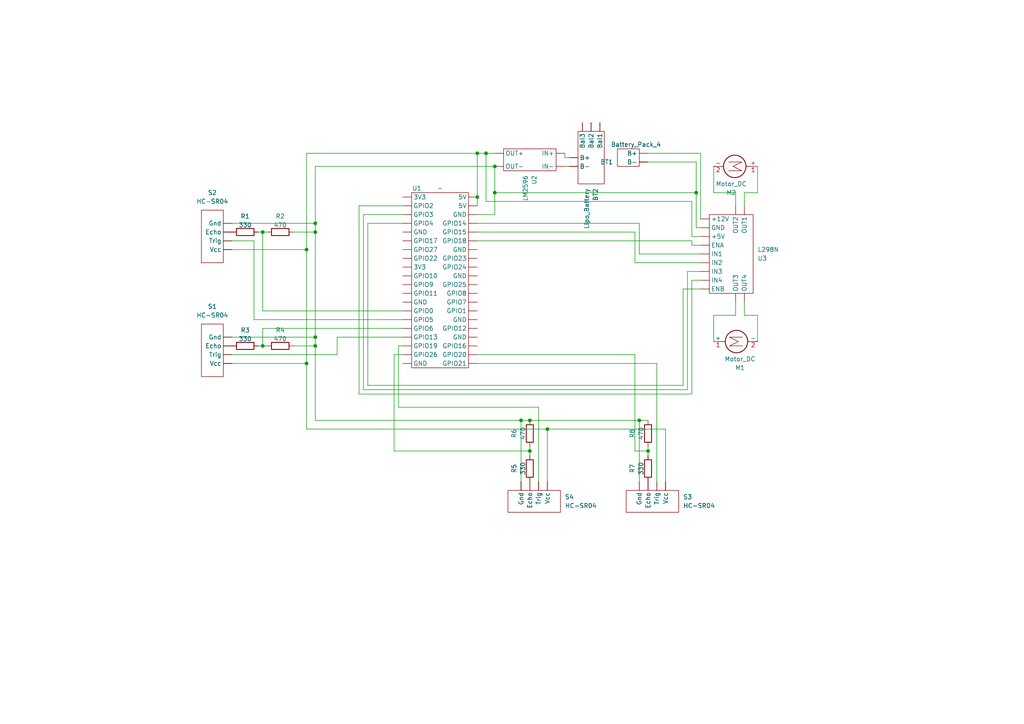
<source format=kicad_sch>
(kicad_sch (version 20231120) (generator "eeschema") (generator_version "8.0")
  (paper "A4")
  (title_block (title "Raspberry Pi Vehicle") (date "2024-07-08") (rev "1.0"))
  (lib_symbols
    (symbol "Device:R" (pin_numbers hide) (pin_names (offset 0))
      (property "Reference" "R" (at 2.032 0 90))
      (property "Value" "R" (at 0 0 90))
      (symbol "R_0_1"
        (rectangle (start -1.016 -2.54) (end 1.016 2.54) (stroke (width 0.254)))
      )
      (symbol "R_1_1"
        (pin passive line (at 0 3.81 270) (length 1.27) (name "~") (number "1"))
        (pin passive line (at 0 -3.81 90) (length 1.27) (name "~") (number "2"))
      )
    )
    (symbol "Motor:Motor_DC" (pin_names (offset 0))
      (property "Reference" "M" (at 2.54 2.54 0))
      (property "Value" "Motor_DC" (at 2.54 -5.08 0))
      (symbol "Motor_DC_0_0"
        (polyline (pts (xy -1.27 -3.302) (xy -1.27 0.508) (xy 0 -2.032) (xy 1.27 0.508) (xy 1.27 -3.302)))
      )
      (symbol "Motor_DC_0_1"
        (circle (center 0 -1.524) (radius 3.2512) (stroke (width 0.254)))
        (polyline (pts (xy 0 -7.62) (xy 0 -7.112)))
        (polyline (pts (xy 0 -4.7752) (xy 0 -5.1816)))
        (polyline (pts (xy 0 1.7272) (xy 0 2.0828)))
        (polyline (pts (xy 0 2.032) (xy 0 2.54)))
      )
      (symbol "Motor_DC_1_1"
        (pin passive line (at 0 5.08 270) (length 2.54) (name "+") (number "1"))
        (pin passive line (at 0 -7.62 90) (length 2.54) (name "-") (number "2"))
      )
    )
    (symbol "vehicle_circuit:Battery_Pack_4"
      (property "Reference" "BT" (at -1.524 5.08 0))
      (property "Value" "Battery_Pack_4" (at 0.254 -2.54 0))
      (symbol "Battery_Pack_4_0_1"
        (rectangle (start -2.54 3.81) (end 3.81 -1.27))
      )
      (symbol "Battery_Pack_4_1_1"
        (pin output line (at -5.08 0 0) (length 2.54) (name "B+") (number ""))
        (pin output line (at -5.08 2.54 0) (length 2.54) (name "B-") (number ""))
      )
    )
    (symbol "vehicle_circuit:HC-SR04" (exclude_from_sim yes) (in_bom no) (on_board no)
      (property "Reference" "S" (at -7.112 7.62 0))
      (property "Value" "HC-SR04" (at 3.048 7.62 0))
      (symbol "HC-SR04_0_1"
        (rectangle (start -7.62 0) (end 7.62 6.35))
      )
      (symbol "HC-SR04_1_1"
        (pin output line (at 1.27 -2.54 90) (length 2.54) (name "Echo") (number ""))
        (pin output line (at 3.81 -2.54 90) (length 2.54) (name "Gnd") (number ""))
        (pin output line (at -1.27 -2.54 90) (length 2.54) (name "Trig") (number ""))
        (pin output line (at -3.81 -2.54 90) (length 2.54) (name "Vcc") (number ""))
      )
    )
    (symbol "vehicle_circuit:L298N"
      (property "Reference" "U" (at -5.842 24.13 0))
      (property "Value" "L298N" (at 3.302 -1.524 0))
      (symbol "L298N_0_1"
        (rectangle (start -6.35 22.86) (end 6.35 0))
      )
      (symbol "L298N_1_1"
        (pin power_in line (at 8.89 1.27 180) (length 2.54) (name "+12V") (number ""))
        (pin bidirectional line (at 8.89 6.35 180) (length 2.54) (name "+5V") (number ""))
        (pin input line (at 8.89 8.89 180) (length 2.54) (name "ENA") (number ""))
        (pin output line (at 8.89 21.59 180) (length 2.54) (name "ENB") (number ""))
        (pin power_in line (at 8.89 3.81 180) (length 2.54) (name "GND") (number ""))
        (pin input line (at 8.89 11.43 180) (length 2.54) (name "IN1") (number ""))
        (pin input line (at 8.89 13.97 180) (length 2.54) (name "IN2") (number ""))
        (pin input line (at 8.89 16.51 180) (length 2.54) (name "IN3") (number ""))
        (pin input line (at 8.89 19.05 180) (length 2.54) (name "IN4") (number ""))
        (pin output line (at -3.81 -2.54 90) (length 2.54) (name "OUT1") (number ""))
        (pin output line (at -1.27 -2.54 90) (length 2.54) (name "OUT2") (number ""))
        (pin output line (at -1.27 25.4 270) (length 2.54) (name "OUT3") (number ""))
        (pin output line (at -3.81 25.4 270) (length 2.54) (name "OUT4") (number ""))
      )
    )
    (symbol "vehicle_circuit:LM2596"
      (property "Reference" "U" (at -7.112 6.35 0))
      (property "Value" "LM2596" (at 4.064 6.35 0))
      (symbol "LM2596_0_1"
        (rectangle (start -7.62 5.08) (end 7.62 -1.27))
      )
      (symbol "LM2596_1_1"
        (pin power_in line (at -10.16 0 0) (length 2.54) (name "IN+") (number ""))
        (pin power_in line (at -10.16 3.81 0) (length 2.54) (name "IN-") (number ""))
        (pin power_out line (at 10.16 0 180) (length 2.54) (name "OUT+") (number ""))
        (pin power_out line (at 10.16 3.81 180) (length 2.54) (name "OUT-") (number ""))
      )
    )
    (symbol "vehicle_circuit:Lipo_Battery"
      (property "Reference" "BT" (at -6.604 5.08 0))
      (property "Value" "Lipo_Battery" (at 2.032 5.08 0))
      (symbol "Lipo_Battery_0_1"
        (rectangle (start -7.62 3.81) (end 7.62 -3.81))
        (polyline (pts (xy -5.08 0) (xy -5.08 0)))
      )
      (symbol "Lipo_Battery_1_1"
        (pin output line (at 0 -6.35 90) (length 2.54) (name "B+") (number ""))
        (pin output line (at 2.54 -6.35 90) (length 2.54) (name "B-") (number ""))
        (pin output line (at -10.16 2.54 0) (length 2.54) (name "Bal1") (number ""))
        (pin output line (at -10.16 0 0) (length 2.54) (name "Bal2") (number ""))
        (pin output line (at -10.16 -2.54 0) (length 2.54) (name "Bal3") (number ""))
      )
    )
    (symbol "vehicle_circuit:Raspberry_Pi_Zero_WH"
      (property "Reference" "U" (at -10.668 13.716 0))
      (symbol "Raspberry_Pi_Zero_WH_0_1"
        (rectangle (start -11.43 12.7) (end 5.08 -38.1))
      )
      (symbol "Raspberry_Pi_Zero_WH_1_1"
        (pin bidirectional line (at -13.97 -8.89 0) (length 2.54) (name "3V3") (number ""))
        (pin bidirectional line (at -13.97 11.43 0) (length 2.54) (name "3V3") (number ""))
        (pin bidirectional line (at 7.62 8.89 180) (length 2.54) (name "5V") (number ""))
        (pin bidirectional line (at 7.62 11.43 180) (length 2.54) (name "5V") (number ""))
        (pin bidirectional line (at -13.97 -36.83 0) (length 2.54) (name "GND") (number ""))
        (pin bidirectional line (at -13.97 -19.05 0) (length 2.54) (name "GND") (number ""))
        (pin bidirectional line (at -13.97 1.27 0) (length 2.54) (name "GND") (number ""))
        (pin bidirectional line (at 7.62 -29.21 180) (length 2.54) (name "GND") (number ""))
        (pin bidirectional line (at 7.62 -24.13 180) (length 2.54) (name "GND") (number ""))
        (pin bidirectional line (at 7.62 -11.43 180) (length 2.54) (name "GND") (number ""))
        (pin bidirectional line (at 7.62 -3.81 180) (length 2.54) (name "GND") (number ""))
        (pin bidirectional line (at 7.62 6.35 180) (length 2.54) (name "GND") (number ""))
        (pin bidirectional line (at -13.97 -21.59 0) (length 2.54) (name "GPIO0") (number ""))
        (pin bidirectional line (at 7.62 -21.59 180) (length 2.54) (name "GPIO1") (number ""))
        (pin bidirectional line (at -13.97 -11.43 0) (length 2.54) (name "GPIO10") (number ""))
        (pin bidirectional line (at -13.97 -16.51 0) (length 2.54) (name "GPIO11") (number ""))
        (pin bidirectional line (at 7.62 -26.67 180) (length 2.54) (name "GPIO12") (number ""))
        (pin bidirectional line (at -13.97 -29.21 0) (length 2.54) (name "GPIO13") (number ""))
        (pin bidirectional line (at 7.62 3.81 180) (length 2.54) (name "GPIO14") (number ""))
        (pin bidirectional line (at 7.62 1.27 180) (length 2.54) (name "GPIO15") (number ""))
        (pin bidirectional line (at 7.62 -31.75 180) (length 2.54) (name "GPIO16") (number ""))
        (pin bidirectional line (at -13.97 -1.27 0) (length 2.54) (name "GPIO17") (number ""))
        (pin bidirectional line (at 7.62 -1.27 180) (length 2.54) (name "GPIO18") (number ""))
        (pin bidirectional line (at -13.97 -31.75 0) (length 2.54) (name "GPIO19") (number ""))
        (pin bidirectional line (at -13.97 8.89 0) (length 2.54) (name "GPIO2") (number ""))
        (pin bidirectional line (at 7.62 -34.29 180) (length 2.54) (name "GPIO20") (number ""))
        (pin bidirectional line (at 7.62 -36.83 180) (length 2.54) (name "GPIO21") (number ""))
        (pin bidirectional line (at -13.97 -6.35 0) (length 2.54) (name "GPIO22") (number ""))
        (pin bidirectional line (at 7.62 -6.35 180) (length 2.54) (name "GPIO23") (number ""))
        (pin bidirectional line (at 7.62 -8.89 180) (length 2.54) (name "GPIO24") (number ""))
        (pin bidirectional line (at 7.62 -13.97 180) (length 2.54) (name "GPIO25") (number ""))
        (pin bidirectional line (at -13.97 -34.29 0) (length 2.54) (name "GPIO26") (number ""))
        (pin bidirectional line (at -13.97 -3.81 0) (length 2.54) (name "GPIO27") (number ""))
        (pin bidirectional line (at -13.97 6.35 0) (length 2.54) (name "GPIO3") (number ""))
        (pin bidirectional line (at -13.97 3.81 0) (length 2.54) (name "GPIO4") (number ""))
        (pin bidirectional line (at -13.97 -24.13 0) (length 2.54) (name "GPIO5") (number ""))
        (pin bidirectional line (at -13.97 -26.67 0) (length 2.54) (name "GPIO6") (number ""))
        (pin bidirectional line (at 7.62 -19.05 180) (length 2.54) (name "GPIO7") (number ""))
        (pin bidirectional line (at 7.62 -16.51 180) (length 2.54) (name "GPIO8") (number ""))
        (pin bidirectional line (at -13.97 -13.97 0) (length 2.54) (name "GPIO9") (number ""))
      )
    )
  )
  (junction (at 185.42 121.92))
  (junction (at 91.44 64.77))
  (junction (at 143.51 48.26))
  (junction (at 88.9 105.41))
  (junction (at 158.75 124.46))
  (junction (at 201.93 55.88))
  (junction (at 91.44 100.33))
  (junction (at 138.43 57.15))
  (junction (at 91.44 67.31))
  (junction (at 140.97 44.45))
  (junction (at 88.9 72.39))
  (junction (at 153.67 130.81))
  (junction (at 151.13 121.92))
  (junction (at 143.51 55.88))
  (junction (at 153.67 121.92))
  (junction (at 76.2 67.31))
  (junction (at 138.43 44.45))
  (junction (at 91.44 97.79))
  (junction (at 187.96 130.81))
  (junction (at 76.2 100.33))
  (wire (pts (xy 153.67 129.54) (xy 153.67 130.81)))
  (wire (pts (xy 76.2 95.25) (xy 116.84 95.25)))
  (wire (pts (xy 76.2 67.31) (xy 74.93 67.31)))
  (wire (pts (xy 185.42 121.92) (xy 185.42 139.7)))
  (wire (pts (xy 203.2 71.12) (xy 200.66 71.12)))
  (wire (pts (xy 184.15 76.2) (xy 184.15 67.31)))
  (wire (pts (xy 200.66 71.12) (xy 200.66 69.85)))
  (wire (pts (xy 143.51 44.45) (xy 140.97 44.45)))
  (wire (pts (xy 143.51 48.26) (xy 91.44 48.26)))
  (wire (pts (xy 201.93 66.04) (xy 201.93 55.88)))
  (wire (pts (xy 219.71 55.88) (xy 219.71 48.26)))
  (wire (pts (xy 105.41 113.03) (xy 105.41 62.23)))
  (wire (pts (xy 143.51 55.88) (xy 143.51 62.23)))
  (wire (pts (xy 213.36 91.44) (xy 207.01 91.44)))
  (wire (pts (xy 163.83 45.72) (xy 165.1 45.72)))
  (wire (pts (xy 91.44 64.77) (xy 91.44 67.31)))
  (wire (pts (xy 97.79 97.79) (xy 116.84 97.79)))
  (wire (pts (xy 91.44 67.31) (xy 91.44 97.79)))
  (wire (pts (xy 105.41 62.23) (xy 116.84 62.23)))
  (wire (pts (xy 219.71 91.44) (xy 215.9 91.44)))
  (wire (pts (xy 106.68 111.76) (xy 106.68 64.77)))
  (wire (pts (xy 143.51 55.88) (xy 201.93 55.88)))
  (wire (pts (xy 203.2 78.74) (xy 199.39 78.74)))
  (wire (pts (xy 114.3 130.81) (xy 114.3 102.87)))
  (wire (pts (xy 77.47 67.31) (xy 76.2 67.31)))
  (wire (pts (xy 97.79 102.87) (xy 97.79 97.79)))
  (wire (pts (xy 190.5 139.7) (xy 190.5 105.41)))
  (wire (pts (xy 199.39 78.74) (xy 199.39 113.03)))
  (wire (pts (xy 151.13 121.92) (xy 151.13 139.7)))
  (wire (pts (xy 185.42 73.66) (xy 185.42 64.77)))
  (wire (pts (xy 76.2 100.33) (xy 77.47 100.33)))
  (wire (pts (xy 200.66 68.58) (xy 203.2 68.58)))
  (wire (pts (xy 187.96 129.54) (xy 187.96 130.81)))
  (wire (pts (xy 200.66 58.42) (xy 200.66 68.58)))
  (wire (pts (xy 201.93 46.99) (xy 187.96 46.99)))
  (wire (pts (xy 91.44 97.79) (xy 91.44 100.33)))
  (wire (pts (xy 67.31 97.79) (xy 91.44 97.79)))
  (wire (pts (xy 76.2 90.17) (xy 116.84 90.17)))
  (wire (pts (xy 215.9 59.69) (xy 215.9 55.88)))
  (wire (pts (xy 151.13 121.92) (xy 153.67 121.92)))
  (wire (pts (xy 163.83 44.45) (xy 163.83 45.72)))
  (wire (pts (xy 140.97 58.42) (xy 200.66 58.42)))
  (wire (pts (xy 200.66 81.28) (xy 200.66 114.3)))
  (wire (pts (xy 198.12 83.82) (xy 198.12 111.76)))
  (wire (pts (xy 91.44 121.92) (xy 151.13 121.92)))
  (wire (pts (xy 115.57 100.33) (xy 116.84 100.33)))
  (wire (pts (xy 190.5 105.41) (xy 138.43 105.41)))
  (wire (pts (xy 88.9 124.46) (xy 158.75 124.46)))
  (wire (pts (xy 215.9 91.44) (xy 215.9 87.63)))
  (wire (pts (xy 85.09 67.31) (xy 91.44 67.31)))
  (wire (pts (xy 213.36 55.88) (xy 207.01 55.88)))
  (wire (pts (xy 138.43 57.15) (xy 138.43 59.69)))
  (wire (pts (xy 138.43 44.45) (xy 138.43 57.15)))
  (wire (pts (xy 199.39 113.03) (xy 105.41 113.03)))
  (wire (pts (xy 88.9 105.41) (xy 88.9 124.46)))
  (wire (pts (xy 143.51 48.26) (xy 143.51 55.88)))
  (wire (pts (xy 187.96 44.45) (xy 203.2 44.45)))
  (wire (pts (xy 67.31 102.87) (xy 97.79 102.87)))
  (wire (pts (xy 203.2 76.2) (xy 184.15 76.2)))
  (wire (pts (xy 158.75 124.46) (xy 158.75 139.7)))
  (wire (pts (xy 88.9 72.39) (xy 88.9 105.41)))
  (wire (pts (xy 67.31 64.77) (xy 91.44 64.77)))
  (wire (pts (xy 203.2 44.45) (xy 203.2 63.5)))
  (wire (pts (xy 158.75 124.46) (xy 193.04 124.46)))
  (wire (pts (xy 104.14 59.69) (xy 116.84 59.69)))
  (wire (pts (xy 138.43 44.45) (xy 88.9 44.45)))
  (wire (pts (xy 207.01 55.88) (xy 207.01 48.26)))
  (wire (pts (xy 115.57 118.11) (xy 156.21 118.11)))
  (wire (pts (xy 187.96 130.81) (xy 184.15 130.81)))
  (wire (pts (xy 200.66 114.3) (xy 104.14 114.3)))
  (wire (pts (xy 67.31 105.41) (xy 88.9 105.41)))
  (wire (pts (xy 115.57 118.11) (xy 115.57 100.33)))
  (wire (pts (xy 213.36 87.63) (xy 213.36 91.44)))
  (wire (pts (xy 156.21 118.11) (xy 156.21 139.7)))
  (wire (pts (xy 114.3 102.87) (xy 116.84 102.87)))
  (wire (pts (xy 187.96 132.08) (xy 187.96 130.81)))
  (wire (pts (xy 153.67 130.81) (xy 114.3 130.81)))
  (wire (pts (xy 76.2 100.33) (xy 76.2 95.25)))
  (wire (pts (xy 138.43 62.23) (xy 143.51 62.23)))
  (wire (pts (xy 153.67 121.92) (xy 185.42 121.92)))
  (wire (pts (xy 203.2 66.04) (xy 201.93 66.04)))
  (wire (pts (xy 219.71 99.06) (xy 219.71 91.44)))
  (wire (pts (xy 67.31 72.39) (xy 88.9 72.39)))
  (wire (pts (xy 201.93 55.88) (xy 201.93 46.99)))
  (wire (pts (xy 91.44 100.33) (xy 91.44 121.92)))
  (wire (pts (xy 88.9 44.45) (xy 88.9 72.39)))
  (wire (pts (xy 207.01 91.44) (xy 207.01 99.06)))
  (wire (pts (xy 185.42 64.77) (xy 138.43 64.77)))
  (wire (pts (xy 67.31 69.85) (xy 73.66 69.85)))
  (wire (pts (xy 153.67 130.81) (xy 153.67 132.08)))
  (wire (pts (xy 85.09 100.33) (xy 91.44 100.33)))
  (wire (pts (xy 140.97 44.45) (xy 138.43 44.45)))
  (wire (pts (xy 73.66 69.85) (xy 73.66 92.71)))
  (wire (pts (xy 193.04 124.46) (xy 193.04 139.7)))
  (wire (pts (xy 76.2 67.31) (xy 76.2 90.17)))
  (wire (pts (xy 203.2 83.82) (xy 198.12 83.82)))
  (wire (pts (xy 140.97 44.45) (xy 140.97 58.42)))
  (wire (pts (xy 106.68 64.77) (xy 116.84 64.77)))
  (wire (pts (xy 91.44 48.26) (xy 91.44 64.77)))
  (wire (pts (xy 165.1 48.26) (xy 163.83 48.26)))
  (wire (pts (xy 184.15 102.87) (xy 138.43 102.87)))
  (wire (pts (xy 203.2 81.28) (xy 200.66 81.28)))
  (wire (pts (xy 104.14 114.3) (xy 104.14 59.69)))
  (wire (pts (xy 203.2 73.66) (xy 185.42 73.66)))
  (wire (pts (xy 198.12 111.76) (xy 106.68 111.76)))
  (wire (pts (xy 184.15 130.81) (xy 184.15 102.87)))
  (wire (pts (xy 74.93 100.33) (xy 76.2 100.33)))
  (wire (pts (xy 200.66 69.85) (xy 138.43 69.85)))
  (wire (pts (xy 73.66 92.71) (xy 116.84 92.71)))
  (wire (pts (xy 184.15 67.31) (xy 138.43 67.31)))
  (wire (pts (xy 213.36 59.69) (xy 213.36 55.88)))
  (wire (pts (xy 215.9 55.88) (xy 219.71 55.88)))
  (wire (pts (xy 185.42 121.92) (xy 187.96 121.92)))
  (symbol (lib_id "Device:R") (at 153.67 125.73 180) (unit 1)
    (property "Reference" "R6" (at 149.098 125.73 90))
    (property "Value" "470" (at 151.638 125.73 90))
    (property "Description" "Resistor" (effects (hide yes)))
  )
  (symbol (lib_id "Device:R") (at 71.12 100.33 90) (unit 1)
    (property "Reference" "R3" (at 71.12 95.758 90))
    (property "Value" "330" (at 71.12 98.298 90))
    (property "Description" "Resistor" (effects (hide yes)))
  )
  (symbol (lib_id "Motor:Motor_DC") (at 212.09 99.06 90) (unit 1)
    (property "Reference" "M1" (at 214.63 106.68 90))
    (property "Value" "Motor_DC" (at 214.63 104.14 90))
    (property "Description" "DC Motor" (effects (hide yes)))
  )
  (symbol (lib_id "vehicle_circuit:Raspberry_Pi_Zero_WH") (at 130.81 68.58 0) (unit 1)
    (property "Reference" "U1" (at 120.904 54.61 0))
    (property "Value" "~" (at 127.635 54.61 0))
  )
  (symbol (lib_id "Motor:Motor_DC") (at 214.63 48.26 270) (unit 1)
    (property "Reference" "M2" (at 212.09 55.88 90))
    (property "Value" "Motor_DC" (at 212.09 53.34 90))
    (property "Description" "DC Motor" (effects (hide yes)))
  )
  (symbol (lib_id "vehicle_circuit:Lipo_Battery") (at 171.45 45.72 270) (unit 1)
    (property "Reference" "BT2" (at 172.7201 54.61 0) (effects (justify left)))
    (property "Value" "Lipo_Battery" (at 170.1801 54.61 0) (effects (justify left)))
  )
  (symbol (lib_id "vehicle_circuit:Battery_Pack_4") (at 182.88 44.45 180) (unit 1)
    (property "Reference" "BT1" (at 177.8 46.9901 0) (effects (justify left)))
    (property "Value" "Battery_Pack_4" (at 191.77 41.91 0) (effects (justify left)))
  )
  (symbol (lib_id "vehicle_circuit:LM2596") (at 153.67 44.45 180) (unit 1)
    (property "Reference" "U2" (at 154.9401 50.8 90) (effects (justify left)))
    (property "Value" "LM2596" (at 152.4001 50.8 90) (effects (justify left)))
  )
  (symbol (lib_name "vehicle_circuit:HC-SR04") (lib_id "vehicle_circuit:HC-SR04") (at 154.94 142.24 180) (unit 1) (exclude_from_sim yes) (in_bom no) (on_board no)
    (property "Reference" "S4" (at 163.83 144.1449 0) (effects (justify right)))
    (property "Value" "HC-SR04" (at 163.83 146.6849 0) (effects (justify right)))
  )
  (symbol (lib_id "Device:R") (at 153.67 135.89 180) (unit 1)
    (property "Reference" "R5" (at 149.098 135.89 90))
    (property "Value" "330" (at 151.638 135.89 90))
    (property "Description" "Resistor" (effects (hide yes)))
  )
  (symbol (lib_id "Device:R") (at 187.96 125.73 180) (unit 1)
    (property "Reference" "R8" (at 183.388 125.73 90))
    (property "Value" "470" (at 185.928 125.73 90))
    (property "Description" "Resistor" (effects (hide yes)))
  )
  (symbol (lib_id "Device:R") (at 81.28 100.33 90) (unit 1)
    (property "Reference" "R4" (at 81.28 95.758 90))
    (property "Value" "470" (at 81.28 98.298 90))
    (property "Description" "Resistor" (effects (hide yes)))
  )
  (symbol (lib_name "vehicle_circuit:HC-SR04") (lib_id "vehicle_circuit:HC-SR04") (at 64.77 101.6 90) (unit 1) (exclude_from_sim yes) (in_bom no) (on_board no)
    (property "Reference" "S1" (at 61.595 88.9 90))
    (property "Value" "HC-SR04" (at 61.595 91.44 90))
  )
  (symbol (lib_name "vehicle_circuit:HC-SR04") (lib_id "vehicle_circuit:HC-SR04") (at 189.23 142.24 180) (unit 1) (exclude_from_sim yes) (in_bom no) (on_board no)
    (property "Reference" "S3" (at 198.12 144.1449 0) (effects (justify right)))
    (property "Value" "HC-SR04" (at 198.12 146.6849 0) (effects (justify right)))
  )
  (symbol (lib_id "Device:R") (at 81.28 67.31 90) (unit 1)
    (property "Reference" "R2" (at 81.28 62.738 90))
    (property "Value" "470" (at 81.28 65.278 90))
    (property "Description" "Resistor" (effects (hide yes)))
  )
  (symbol (lib_name "vehicle_circuit:HC-SR04") (lib_id "vehicle_circuit:HC-SR04") (at 64.77 68.58 90) (unit 1) (exclude_from_sim yes) (in_bom no) (on_board no)
    (property "Reference" "S2" (at 61.595 55.88 90))
    (property "Value" "HC-SR04" (at 61.595 58.42 90))
  )
  (symbol (lib_id "Device:R") (at 71.12 67.31 90) (unit 1)
    (property "Reference" "R1" (at 71.12 62.738 90))
    (property "Value" "330" (at 71.12 65.278 90))
    (property "Description" "Resistor" (effects (hide yes)))
  )
  (symbol (lib_id "Device:R") (at 187.96 135.89 180) (unit 1)
    (property "Reference" "R7" (at 183.388 135.89 90))
    (property "Value" "330" (at 185.928 135.89 90))
    (property "Description" "Resistor" (effects (hide yes)))
  )
  (symbol (lib_id "vehicle_circuit:L298N") (at 212.09 62.23 180) (unit 1)
    (property "Reference" "U3" (at 219.71 74.9301 0) (effects (justify right)))
    (property "Value" "L298N" (at 219.71 72.3901 0) (effects (justify right)))
  )
)
</source>
